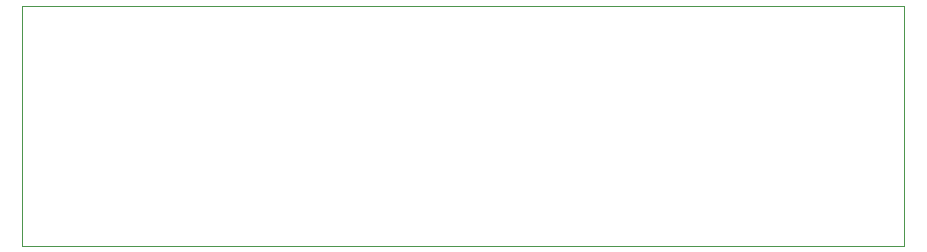
<source format=gbr>
%TF.GenerationSoftware,KiCad,Pcbnew,(5.1.9)-1*%
%TF.CreationDate,2021-11-14T17:32:34-07:00*%
%TF.ProjectId,ABSIS_AUX_Bulkhead_Connector,41425349-535f-4415-9558-5f42756c6b68,rev?*%
%TF.SameCoordinates,Original*%
%TF.FileFunction,Profile,NP*%
%FSLAX46Y46*%
G04 Gerber Fmt 4.6, Leading zero omitted, Abs format (unit mm)*
G04 Created by KiCad (PCBNEW (5.1.9)-1) date 2021-11-14 17:32:34*
%MOMM*%
%LPD*%
G01*
G04 APERTURE LIST*
%TA.AperFunction,Profile*%
%ADD10C,0.050000*%
%TD*%
G04 APERTURE END LIST*
D10*
X99060000Y-76200000D02*
X99060000Y-55880000D01*
X173736000Y-76200000D02*
X99060000Y-76200000D01*
X173736000Y-55880000D02*
X173736000Y-76200000D01*
X99060000Y-55880000D02*
X173736000Y-55880000D01*
M02*

</source>
